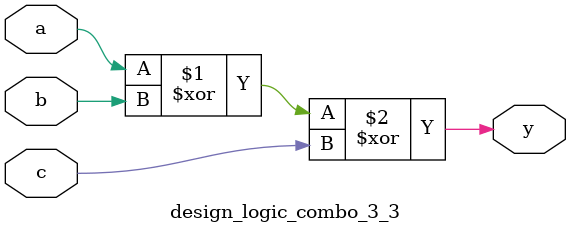
<source format=sv>
module design_logic_combo_3_3(input logic a,b,c, output logic y);
  assign y = (a ^ b) ^ c;
endmodule

</source>
